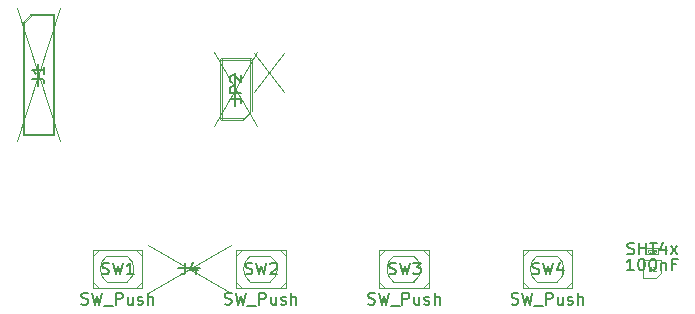
<source format=gbr>
%TF.GenerationSoftware,KiCad,Pcbnew,8.99.0-unknown-7a4b3602b9~181~ubuntu24.04.1*%
%TF.CreationDate,2024-12-15T13:41:47-05:00*%
%TF.ProjectId,nRF54L_ePaper,6e524635-344c-45f6-9550-617065722e6b,rev?*%
%TF.SameCoordinates,Original*%
%TF.FileFunction,AssemblyDrawing,Top*%
%FSLAX46Y46*%
G04 Gerber Fmt 4.6, Leading zero omitted, Abs format (unit mm)*
G04 Created by KiCad (PCBNEW 8.99.0-unknown-7a4b3602b9~181~ubuntu24.04.1) date 2024-12-15 13:41:47*
%MOMM*%
%LPD*%
G01*
G04 APERTURE LIST*
%ADD10C,0.150000*%
%ADD11C,0.040000*%
%ADD12C,0.060000*%
%ADD13C,0.100000*%
G04 APERTURE END LIST*
D10*
X117754819Y-56338333D02*
X118469104Y-56338333D01*
X118469104Y-56338333D02*
X118611961Y-56385952D01*
X118611961Y-56385952D02*
X118707200Y-56481190D01*
X118707200Y-56481190D02*
X118754819Y-56624047D01*
X118754819Y-56624047D02*
X118754819Y-56719285D01*
X118754819Y-55862142D02*
X117754819Y-55862142D01*
X117754819Y-55862142D02*
X117754819Y-55481190D01*
X117754819Y-55481190D02*
X117802438Y-55385952D01*
X117802438Y-55385952D02*
X117850057Y-55338333D01*
X117850057Y-55338333D02*
X117945295Y-55290714D01*
X117945295Y-55290714D02*
X118088152Y-55290714D01*
X118088152Y-55290714D02*
X118183390Y-55338333D01*
X118183390Y-55338333D02*
X118231009Y-55385952D01*
X118231009Y-55385952D02*
X118278628Y-55481190D01*
X118278628Y-55481190D02*
X118278628Y-55862142D01*
X117850057Y-54909761D02*
X117802438Y-54862142D01*
X117802438Y-54862142D02*
X117754819Y-54766904D01*
X117754819Y-54766904D02*
X117754819Y-54528809D01*
X117754819Y-54528809D02*
X117802438Y-54433571D01*
X117802438Y-54433571D02*
X117850057Y-54385952D01*
X117850057Y-54385952D02*
X117945295Y-54338333D01*
X117945295Y-54338333D02*
X118040533Y-54338333D01*
X118040533Y-54338333D02*
X118183390Y-54385952D01*
X118183390Y-54385952D02*
X118754819Y-54957380D01*
X118754819Y-54957380D02*
X118754819Y-54338333D01*
X118254819Y-56938576D02*
X118254819Y-54113333D01*
X129496131Y-73707200D02*
X129638988Y-73754819D01*
X129638988Y-73754819D02*
X129877083Y-73754819D01*
X129877083Y-73754819D02*
X129972321Y-73707200D01*
X129972321Y-73707200D02*
X130019940Y-73659580D01*
X130019940Y-73659580D02*
X130067559Y-73564342D01*
X130067559Y-73564342D02*
X130067559Y-73469104D01*
X130067559Y-73469104D02*
X130019940Y-73373866D01*
X130019940Y-73373866D02*
X129972321Y-73326247D01*
X129972321Y-73326247D02*
X129877083Y-73278628D01*
X129877083Y-73278628D02*
X129686607Y-73231009D01*
X129686607Y-73231009D02*
X129591369Y-73183390D01*
X129591369Y-73183390D02*
X129543750Y-73135771D01*
X129543750Y-73135771D02*
X129496131Y-73040533D01*
X129496131Y-73040533D02*
X129496131Y-72945295D01*
X129496131Y-72945295D02*
X129543750Y-72850057D01*
X129543750Y-72850057D02*
X129591369Y-72802438D01*
X129591369Y-72802438D02*
X129686607Y-72754819D01*
X129686607Y-72754819D02*
X129924702Y-72754819D01*
X129924702Y-72754819D02*
X130067559Y-72802438D01*
X130400893Y-72754819D02*
X130638988Y-73754819D01*
X130638988Y-73754819D02*
X130829464Y-73040533D01*
X130829464Y-73040533D02*
X131019940Y-73754819D01*
X131019940Y-73754819D02*
X131258036Y-72754819D01*
X131400893Y-73850057D02*
X132162797Y-73850057D01*
X132400893Y-73754819D02*
X132400893Y-72754819D01*
X132400893Y-72754819D02*
X132781845Y-72754819D01*
X132781845Y-72754819D02*
X132877083Y-72802438D01*
X132877083Y-72802438D02*
X132924702Y-72850057D01*
X132924702Y-72850057D02*
X132972321Y-72945295D01*
X132972321Y-72945295D02*
X132972321Y-73088152D01*
X132972321Y-73088152D02*
X132924702Y-73183390D01*
X132924702Y-73183390D02*
X132877083Y-73231009D01*
X132877083Y-73231009D02*
X132781845Y-73278628D01*
X132781845Y-73278628D02*
X132400893Y-73278628D01*
X133829464Y-73088152D02*
X133829464Y-73754819D01*
X133400893Y-73088152D02*
X133400893Y-73611961D01*
X133400893Y-73611961D02*
X133448512Y-73707200D01*
X133448512Y-73707200D02*
X133543750Y-73754819D01*
X133543750Y-73754819D02*
X133686607Y-73754819D01*
X133686607Y-73754819D02*
X133781845Y-73707200D01*
X133781845Y-73707200D02*
X133829464Y-73659580D01*
X134258036Y-73707200D02*
X134353274Y-73754819D01*
X134353274Y-73754819D02*
X134543750Y-73754819D01*
X134543750Y-73754819D02*
X134638988Y-73707200D01*
X134638988Y-73707200D02*
X134686607Y-73611961D01*
X134686607Y-73611961D02*
X134686607Y-73564342D01*
X134686607Y-73564342D02*
X134638988Y-73469104D01*
X134638988Y-73469104D02*
X134543750Y-73421485D01*
X134543750Y-73421485D02*
X134400893Y-73421485D01*
X134400893Y-73421485D02*
X134305655Y-73373866D01*
X134305655Y-73373866D02*
X134258036Y-73278628D01*
X134258036Y-73278628D02*
X134258036Y-73231009D01*
X134258036Y-73231009D02*
X134305655Y-73135771D01*
X134305655Y-73135771D02*
X134400893Y-73088152D01*
X134400893Y-73088152D02*
X134543750Y-73088152D01*
X134543750Y-73088152D02*
X134638988Y-73135771D01*
X135115179Y-73754819D02*
X135115179Y-72754819D01*
X135543750Y-73754819D02*
X135543750Y-73231009D01*
X135543750Y-73231009D02*
X135496131Y-73135771D01*
X135496131Y-73135771D02*
X135400893Y-73088152D01*
X135400893Y-73088152D02*
X135258036Y-73088152D01*
X135258036Y-73088152D02*
X135162798Y-73135771D01*
X135162798Y-73135771D02*
X135115179Y-73183390D01*
X131260417Y-71157200D02*
X131403274Y-71204819D01*
X131403274Y-71204819D02*
X131641369Y-71204819D01*
X131641369Y-71204819D02*
X131736607Y-71157200D01*
X131736607Y-71157200D02*
X131784226Y-71109580D01*
X131784226Y-71109580D02*
X131831845Y-71014342D01*
X131831845Y-71014342D02*
X131831845Y-70919104D01*
X131831845Y-70919104D02*
X131784226Y-70823866D01*
X131784226Y-70823866D02*
X131736607Y-70776247D01*
X131736607Y-70776247D02*
X131641369Y-70728628D01*
X131641369Y-70728628D02*
X131450893Y-70681009D01*
X131450893Y-70681009D02*
X131355655Y-70633390D01*
X131355655Y-70633390D02*
X131308036Y-70585771D01*
X131308036Y-70585771D02*
X131260417Y-70490533D01*
X131260417Y-70490533D02*
X131260417Y-70395295D01*
X131260417Y-70395295D02*
X131308036Y-70300057D01*
X131308036Y-70300057D02*
X131355655Y-70252438D01*
X131355655Y-70252438D02*
X131450893Y-70204819D01*
X131450893Y-70204819D02*
X131688988Y-70204819D01*
X131688988Y-70204819D02*
X131831845Y-70252438D01*
X132165179Y-70204819D02*
X132403274Y-71204819D01*
X132403274Y-71204819D02*
X132593750Y-70490533D01*
X132593750Y-70490533D02*
X132784226Y-71204819D01*
X132784226Y-71204819D02*
X133022322Y-70204819D01*
X133308036Y-70204819D02*
X133927083Y-70204819D01*
X133927083Y-70204819D02*
X133593750Y-70585771D01*
X133593750Y-70585771D02*
X133736607Y-70585771D01*
X133736607Y-70585771D02*
X133831845Y-70633390D01*
X133831845Y-70633390D02*
X133879464Y-70681009D01*
X133879464Y-70681009D02*
X133927083Y-70776247D01*
X133927083Y-70776247D02*
X133927083Y-71014342D01*
X133927083Y-71014342D02*
X133879464Y-71109580D01*
X133879464Y-71109580D02*
X133831845Y-71157200D01*
X133831845Y-71157200D02*
X133736607Y-71204819D01*
X133736607Y-71204819D02*
X133450893Y-71204819D01*
X133450893Y-71204819D02*
X133355655Y-71157200D01*
X133355655Y-71157200D02*
X133308036Y-71109580D01*
X101054819Y-54643333D02*
X101769104Y-54643333D01*
X101769104Y-54643333D02*
X101911961Y-54690952D01*
X101911961Y-54690952D02*
X102007200Y-54786190D01*
X102007200Y-54786190D02*
X102054819Y-54929047D01*
X102054819Y-54929047D02*
X102054819Y-55024285D01*
X102054819Y-53643333D02*
X102054819Y-54214761D01*
X102054819Y-53929047D02*
X101054819Y-53929047D01*
X101054819Y-53929047D02*
X101197676Y-54024285D01*
X101197676Y-54024285D02*
X101292914Y-54119523D01*
X101292914Y-54119523D02*
X101340533Y-54214761D01*
X101555532Y-55243576D02*
X101555532Y-53424042D01*
X151972380Y-70864819D02*
X151400952Y-70864819D01*
X151686666Y-70864819D02*
X151686666Y-69864819D01*
X151686666Y-69864819D02*
X151591428Y-70007676D01*
X151591428Y-70007676D02*
X151496190Y-70102914D01*
X151496190Y-70102914D02*
X151400952Y-70150533D01*
X152591428Y-69864819D02*
X152686666Y-69864819D01*
X152686666Y-69864819D02*
X152781904Y-69912438D01*
X152781904Y-69912438D02*
X152829523Y-69960057D01*
X152829523Y-69960057D02*
X152877142Y-70055295D01*
X152877142Y-70055295D02*
X152924761Y-70245771D01*
X152924761Y-70245771D02*
X152924761Y-70483866D01*
X152924761Y-70483866D02*
X152877142Y-70674342D01*
X152877142Y-70674342D02*
X152829523Y-70769580D01*
X152829523Y-70769580D02*
X152781904Y-70817200D01*
X152781904Y-70817200D02*
X152686666Y-70864819D01*
X152686666Y-70864819D02*
X152591428Y-70864819D01*
X152591428Y-70864819D02*
X152496190Y-70817200D01*
X152496190Y-70817200D02*
X152448571Y-70769580D01*
X152448571Y-70769580D02*
X152400952Y-70674342D01*
X152400952Y-70674342D02*
X152353333Y-70483866D01*
X152353333Y-70483866D02*
X152353333Y-70245771D01*
X152353333Y-70245771D02*
X152400952Y-70055295D01*
X152400952Y-70055295D02*
X152448571Y-69960057D01*
X152448571Y-69960057D02*
X152496190Y-69912438D01*
X152496190Y-69912438D02*
X152591428Y-69864819D01*
X153543809Y-69864819D02*
X153639047Y-69864819D01*
X153639047Y-69864819D02*
X153734285Y-69912438D01*
X153734285Y-69912438D02*
X153781904Y-69960057D01*
X153781904Y-69960057D02*
X153829523Y-70055295D01*
X153829523Y-70055295D02*
X153877142Y-70245771D01*
X153877142Y-70245771D02*
X153877142Y-70483866D01*
X153877142Y-70483866D02*
X153829523Y-70674342D01*
X153829523Y-70674342D02*
X153781904Y-70769580D01*
X153781904Y-70769580D02*
X153734285Y-70817200D01*
X153734285Y-70817200D02*
X153639047Y-70864819D01*
X153639047Y-70864819D02*
X153543809Y-70864819D01*
X153543809Y-70864819D02*
X153448571Y-70817200D01*
X153448571Y-70817200D02*
X153400952Y-70769580D01*
X153400952Y-70769580D02*
X153353333Y-70674342D01*
X153353333Y-70674342D02*
X153305714Y-70483866D01*
X153305714Y-70483866D02*
X153305714Y-70245771D01*
X153305714Y-70245771D02*
X153353333Y-70055295D01*
X153353333Y-70055295D02*
X153400952Y-69960057D01*
X153400952Y-69960057D02*
X153448571Y-69912438D01*
X153448571Y-69912438D02*
X153543809Y-69864819D01*
X154305714Y-70198152D02*
X154305714Y-70864819D01*
X154305714Y-70293390D02*
X154353333Y-70245771D01*
X154353333Y-70245771D02*
X154448571Y-70198152D01*
X154448571Y-70198152D02*
X154591428Y-70198152D01*
X154591428Y-70198152D02*
X154686666Y-70245771D01*
X154686666Y-70245771D02*
X154734285Y-70341009D01*
X154734285Y-70341009D02*
X154734285Y-70864819D01*
X155543809Y-70341009D02*
X155210476Y-70341009D01*
X155210476Y-70864819D02*
X155210476Y-69864819D01*
X155210476Y-69864819D02*
X155686666Y-69864819D01*
D11*
X153359285Y-69339765D02*
X153347381Y-69351670D01*
X153347381Y-69351670D02*
X153311666Y-69363574D01*
X153311666Y-69363574D02*
X153287857Y-69363574D01*
X153287857Y-69363574D02*
X153252143Y-69351670D01*
X153252143Y-69351670D02*
X153228333Y-69327860D01*
X153228333Y-69327860D02*
X153216428Y-69304050D01*
X153216428Y-69304050D02*
X153204524Y-69256431D01*
X153204524Y-69256431D02*
X153204524Y-69220717D01*
X153204524Y-69220717D02*
X153216428Y-69173098D01*
X153216428Y-69173098D02*
X153228333Y-69149289D01*
X153228333Y-69149289D02*
X153252143Y-69125479D01*
X153252143Y-69125479D02*
X153287857Y-69113574D01*
X153287857Y-69113574D02*
X153311666Y-69113574D01*
X153311666Y-69113574D02*
X153347381Y-69125479D01*
X153347381Y-69125479D02*
X153359285Y-69137384D01*
X153454524Y-69137384D02*
X153466428Y-69125479D01*
X153466428Y-69125479D02*
X153490238Y-69113574D01*
X153490238Y-69113574D02*
X153549762Y-69113574D01*
X153549762Y-69113574D02*
X153573571Y-69125479D01*
X153573571Y-69125479D02*
X153585476Y-69137384D01*
X153585476Y-69137384D02*
X153597381Y-69161193D01*
X153597381Y-69161193D02*
X153597381Y-69185003D01*
X153597381Y-69185003D02*
X153585476Y-69220717D01*
X153585476Y-69220717D02*
X153442619Y-69363574D01*
X153442619Y-69363574D02*
X153597381Y-69363574D01*
X153823571Y-69113574D02*
X153704523Y-69113574D01*
X153704523Y-69113574D02*
X153692619Y-69232622D01*
X153692619Y-69232622D02*
X153704523Y-69220717D01*
X153704523Y-69220717D02*
X153728333Y-69208812D01*
X153728333Y-69208812D02*
X153787857Y-69208812D01*
X153787857Y-69208812D02*
X153811666Y-69220717D01*
X153811666Y-69220717D02*
X153823571Y-69232622D01*
X153823571Y-69232622D02*
X153835476Y-69256431D01*
X153835476Y-69256431D02*
X153835476Y-69315955D01*
X153835476Y-69315955D02*
X153823571Y-69339765D01*
X153823571Y-69339765D02*
X153811666Y-69351670D01*
X153811666Y-69351670D02*
X153787857Y-69363574D01*
X153787857Y-69363574D02*
X153728333Y-69363574D01*
X153728333Y-69363574D02*
X153704523Y-69351670D01*
X153704523Y-69351670D02*
X153692619Y-69339765D01*
D10*
X141633631Y-73707200D02*
X141776488Y-73754819D01*
X141776488Y-73754819D02*
X142014583Y-73754819D01*
X142014583Y-73754819D02*
X142109821Y-73707200D01*
X142109821Y-73707200D02*
X142157440Y-73659580D01*
X142157440Y-73659580D02*
X142205059Y-73564342D01*
X142205059Y-73564342D02*
X142205059Y-73469104D01*
X142205059Y-73469104D02*
X142157440Y-73373866D01*
X142157440Y-73373866D02*
X142109821Y-73326247D01*
X142109821Y-73326247D02*
X142014583Y-73278628D01*
X142014583Y-73278628D02*
X141824107Y-73231009D01*
X141824107Y-73231009D02*
X141728869Y-73183390D01*
X141728869Y-73183390D02*
X141681250Y-73135771D01*
X141681250Y-73135771D02*
X141633631Y-73040533D01*
X141633631Y-73040533D02*
X141633631Y-72945295D01*
X141633631Y-72945295D02*
X141681250Y-72850057D01*
X141681250Y-72850057D02*
X141728869Y-72802438D01*
X141728869Y-72802438D02*
X141824107Y-72754819D01*
X141824107Y-72754819D02*
X142062202Y-72754819D01*
X142062202Y-72754819D02*
X142205059Y-72802438D01*
X142538393Y-72754819D02*
X142776488Y-73754819D01*
X142776488Y-73754819D02*
X142966964Y-73040533D01*
X142966964Y-73040533D02*
X143157440Y-73754819D01*
X143157440Y-73754819D02*
X143395536Y-72754819D01*
X143538393Y-73850057D02*
X144300297Y-73850057D01*
X144538393Y-73754819D02*
X144538393Y-72754819D01*
X144538393Y-72754819D02*
X144919345Y-72754819D01*
X144919345Y-72754819D02*
X145014583Y-72802438D01*
X145014583Y-72802438D02*
X145062202Y-72850057D01*
X145062202Y-72850057D02*
X145109821Y-72945295D01*
X145109821Y-72945295D02*
X145109821Y-73088152D01*
X145109821Y-73088152D02*
X145062202Y-73183390D01*
X145062202Y-73183390D02*
X145014583Y-73231009D01*
X145014583Y-73231009D02*
X144919345Y-73278628D01*
X144919345Y-73278628D02*
X144538393Y-73278628D01*
X145966964Y-73088152D02*
X145966964Y-73754819D01*
X145538393Y-73088152D02*
X145538393Y-73611961D01*
X145538393Y-73611961D02*
X145586012Y-73707200D01*
X145586012Y-73707200D02*
X145681250Y-73754819D01*
X145681250Y-73754819D02*
X145824107Y-73754819D01*
X145824107Y-73754819D02*
X145919345Y-73707200D01*
X145919345Y-73707200D02*
X145966964Y-73659580D01*
X146395536Y-73707200D02*
X146490774Y-73754819D01*
X146490774Y-73754819D02*
X146681250Y-73754819D01*
X146681250Y-73754819D02*
X146776488Y-73707200D01*
X146776488Y-73707200D02*
X146824107Y-73611961D01*
X146824107Y-73611961D02*
X146824107Y-73564342D01*
X146824107Y-73564342D02*
X146776488Y-73469104D01*
X146776488Y-73469104D02*
X146681250Y-73421485D01*
X146681250Y-73421485D02*
X146538393Y-73421485D01*
X146538393Y-73421485D02*
X146443155Y-73373866D01*
X146443155Y-73373866D02*
X146395536Y-73278628D01*
X146395536Y-73278628D02*
X146395536Y-73231009D01*
X146395536Y-73231009D02*
X146443155Y-73135771D01*
X146443155Y-73135771D02*
X146538393Y-73088152D01*
X146538393Y-73088152D02*
X146681250Y-73088152D01*
X146681250Y-73088152D02*
X146776488Y-73135771D01*
X147252679Y-73754819D02*
X147252679Y-72754819D01*
X147681250Y-73754819D02*
X147681250Y-73231009D01*
X147681250Y-73231009D02*
X147633631Y-73135771D01*
X147633631Y-73135771D02*
X147538393Y-73088152D01*
X147538393Y-73088152D02*
X147395536Y-73088152D01*
X147395536Y-73088152D02*
X147300298Y-73135771D01*
X147300298Y-73135771D02*
X147252679Y-73183390D01*
X143397917Y-71157200D02*
X143540774Y-71204819D01*
X143540774Y-71204819D02*
X143778869Y-71204819D01*
X143778869Y-71204819D02*
X143874107Y-71157200D01*
X143874107Y-71157200D02*
X143921726Y-71109580D01*
X143921726Y-71109580D02*
X143969345Y-71014342D01*
X143969345Y-71014342D02*
X143969345Y-70919104D01*
X143969345Y-70919104D02*
X143921726Y-70823866D01*
X143921726Y-70823866D02*
X143874107Y-70776247D01*
X143874107Y-70776247D02*
X143778869Y-70728628D01*
X143778869Y-70728628D02*
X143588393Y-70681009D01*
X143588393Y-70681009D02*
X143493155Y-70633390D01*
X143493155Y-70633390D02*
X143445536Y-70585771D01*
X143445536Y-70585771D02*
X143397917Y-70490533D01*
X143397917Y-70490533D02*
X143397917Y-70395295D01*
X143397917Y-70395295D02*
X143445536Y-70300057D01*
X143445536Y-70300057D02*
X143493155Y-70252438D01*
X143493155Y-70252438D02*
X143588393Y-70204819D01*
X143588393Y-70204819D02*
X143826488Y-70204819D01*
X143826488Y-70204819D02*
X143969345Y-70252438D01*
X144302679Y-70204819D02*
X144540774Y-71204819D01*
X144540774Y-71204819D02*
X144731250Y-70490533D01*
X144731250Y-70490533D02*
X144921726Y-71204819D01*
X144921726Y-71204819D02*
X145159822Y-70204819D01*
X145969345Y-70538152D02*
X145969345Y-71204819D01*
X145731250Y-70157200D02*
X145493155Y-70871485D01*
X145493155Y-70871485D02*
X146112202Y-70871485D01*
X117358631Y-73707200D02*
X117501488Y-73754819D01*
X117501488Y-73754819D02*
X117739583Y-73754819D01*
X117739583Y-73754819D02*
X117834821Y-73707200D01*
X117834821Y-73707200D02*
X117882440Y-73659580D01*
X117882440Y-73659580D02*
X117930059Y-73564342D01*
X117930059Y-73564342D02*
X117930059Y-73469104D01*
X117930059Y-73469104D02*
X117882440Y-73373866D01*
X117882440Y-73373866D02*
X117834821Y-73326247D01*
X117834821Y-73326247D02*
X117739583Y-73278628D01*
X117739583Y-73278628D02*
X117549107Y-73231009D01*
X117549107Y-73231009D02*
X117453869Y-73183390D01*
X117453869Y-73183390D02*
X117406250Y-73135771D01*
X117406250Y-73135771D02*
X117358631Y-73040533D01*
X117358631Y-73040533D02*
X117358631Y-72945295D01*
X117358631Y-72945295D02*
X117406250Y-72850057D01*
X117406250Y-72850057D02*
X117453869Y-72802438D01*
X117453869Y-72802438D02*
X117549107Y-72754819D01*
X117549107Y-72754819D02*
X117787202Y-72754819D01*
X117787202Y-72754819D02*
X117930059Y-72802438D01*
X118263393Y-72754819D02*
X118501488Y-73754819D01*
X118501488Y-73754819D02*
X118691964Y-73040533D01*
X118691964Y-73040533D02*
X118882440Y-73754819D01*
X118882440Y-73754819D02*
X119120536Y-72754819D01*
X119263393Y-73850057D02*
X120025297Y-73850057D01*
X120263393Y-73754819D02*
X120263393Y-72754819D01*
X120263393Y-72754819D02*
X120644345Y-72754819D01*
X120644345Y-72754819D02*
X120739583Y-72802438D01*
X120739583Y-72802438D02*
X120787202Y-72850057D01*
X120787202Y-72850057D02*
X120834821Y-72945295D01*
X120834821Y-72945295D02*
X120834821Y-73088152D01*
X120834821Y-73088152D02*
X120787202Y-73183390D01*
X120787202Y-73183390D02*
X120739583Y-73231009D01*
X120739583Y-73231009D02*
X120644345Y-73278628D01*
X120644345Y-73278628D02*
X120263393Y-73278628D01*
X121691964Y-73088152D02*
X121691964Y-73754819D01*
X121263393Y-73088152D02*
X121263393Y-73611961D01*
X121263393Y-73611961D02*
X121311012Y-73707200D01*
X121311012Y-73707200D02*
X121406250Y-73754819D01*
X121406250Y-73754819D02*
X121549107Y-73754819D01*
X121549107Y-73754819D02*
X121644345Y-73707200D01*
X121644345Y-73707200D02*
X121691964Y-73659580D01*
X122120536Y-73707200D02*
X122215774Y-73754819D01*
X122215774Y-73754819D02*
X122406250Y-73754819D01*
X122406250Y-73754819D02*
X122501488Y-73707200D01*
X122501488Y-73707200D02*
X122549107Y-73611961D01*
X122549107Y-73611961D02*
X122549107Y-73564342D01*
X122549107Y-73564342D02*
X122501488Y-73469104D01*
X122501488Y-73469104D02*
X122406250Y-73421485D01*
X122406250Y-73421485D02*
X122263393Y-73421485D01*
X122263393Y-73421485D02*
X122168155Y-73373866D01*
X122168155Y-73373866D02*
X122120536Y-73278628D01*
X122120536Y-73278628D02*
X122120536Y-73231009D01*
X122120536Y-73231009D02*
X122168155Y-73135771D01*
X122168155Y-73135771D02*
X122263393Y-73088152D01*
X122263393Y-73088152D02*
X122406250Y-73088152D01*
X122406250Y-73088152D02*
X122501488Y-73135771D01*
X122977679Y-73754819D02*
X122977679Y-72754819D01*
X123406250Y-73754819D02*
X123406250Y-73231009D01*
X123406250Y-73231009D02*
X123358631Y-73135771D01*
X123358631Y-73135771D02*
X123263393Y-73088152D01*
X123263393Y-73088152D02*
X123120536Y-73088152D01*
X123120536Y-73088152D02*
X123025298Y-73135771D01*
X123025298Y-73135771D02*
X122977679Y-73183390D01*
X119122917Y-71157200D02*
X119265774Y-71204819D01*
X119265774Y-71204819D02*
X119503869Y-71204819D01*
X119503869Y-71204819D02*
X119599107Y-71157200D01*
X119599107Y-71157200D02*
X119646726Y-71109580D01*
X119646726Y-71109580D02*
X119694345Y-71014342D01*
X119694345Y-71014342D02*
X119694345Y-70919104D01*
X119694345Y-70919104D02*
X119646726Y-70823866D01*
X119646726Y-70823866D02*
X119599107Y-70776247D01*
X119599107Y-70776247D02*
X119503869Y-70728628D01*
X119503869Y-70728628D02*
X119313393Y-70681009D01*
X119313393Y-70681009D02*
X119218155Y-70633390D01*
X119218155Y-70633390D02*
X119170536Y-70585771D01*
X119170536Y-70585771D02*
X119122917Y-70490533D01*
X119122917Y-70490533D02*
X119122917Y-70395295D01*
X119122917Y-70395295D02*
X119170536Y-70300057D01*
X119170536Y-70300057D02*
X119218155Y-70252438D01*
X119218155Y-70252438D02*
X119313393Y-70204819D01*
X119313393Y-70204819D02*
X119551488Y-70204819D01*
X119551488Y-70204819D02*
X119694345Y-70252438D01*
X120027679Y-70204819D02*
X120265774Y-71204819D01*
X120265774Y-71204819D02*
X120456250Y-70490533D01*
X120456250Y-70490533D02*
X120646726Y-71204819D01*
X120646726Y-71204819D02*
X120884822Y-70204819D01*
X121218155Y-70300057D02*
X121265774Y-70252438D01*
X121265774Y-70252438D02*
X121361012Y-70204819D01*
X121361012Y-70204819D02*
X121599107Y-70204819D01*
X121599107Y-70204819D02*
X121694345Y-70252438D01*
X121694345Y-70252438D02*
X121741964Y-70300057D01*
X121741964Y-70300057D02*
X121789583Y-70395295D01*
X121789583Y-70395295D02*
X121789583Y-70490533D01*
X121789583Y-70490533D02*
X121741964Y-70633390D01*
X121741964Y-70633390D02*
X121170536Y-71204819D01*
X121170536Y-71204819D02*
X121789583Y-71204819D01*
X151448571Y-69457200D02*
X151591428Y-69504819D01*
X151591428Y-69504819D02*
X151829523Y-69504819D01*
X151829523Y-69504819D02*
X151924761Y-69457200D01*
X151924761Y-69457200D02*
X151972380Y-69409580D01*
X151972380Y-69409580D02*
X152019999Y-69314342D01*
X152019999Y-69314342D02*
X152019999Y-69219104D01*
X152019999Y-69219104D02*
X151972380Y-69123866D01*
X151972380Y-69123866D02*
X151924761Y-69076247D01*
X151924761Y-69076247D02*
X151829523Y-69028628D01*
X151829523Y-69028628D02*
X151639047Y-68981009D01*
X151639047Y-68981009D02*
X151543809Y-68933390D01*
X151543809Y-68933390D02*
X151496190Y-68885771D01*
X151496190Y-68885771D02*
X151448571Y-68790533D01*
X151448571Y-68790533D02*
X151448571Y-68695295D01*
X151448571Y-68695295D02*
X151496190Y-68600057D01*
X151496190Y-68600057D02*
X151543809Y-68552438D01*
X151543809Y-68552438D02*
X151639047Y-68504819D01*
X151639047Y-68504819D02*
X151877142Y-68504819D01*
X151877142Y-68504819D02*
X152019999Y-68552438D01*
X152448571Y-69504819D02*
X152448571Y-68504819D01*
X152448571Y-68981009D02*
X153019999Y-68981009D01*
X153019999Y-69504819D02*
X153019999Y-68504819D01*
X153353333Y-68504819D02*
X153924761Y-68504819D01*
X153639047Y-69504819D02*
X153639047Y-68504819D01*
X154686666Y-68838152D02*
X154686666Y-69504819D01*
X154448571Y-68457200D02*
X154210476Y-69171485D01*
X154210476Y-69171485D02*
X154829523Y-69171485D01*
X155115238Y-69504819D02*
X155639047Y-68838152D01*
X155115238Y-68838152D02*
X155639047Y-69504819D01*
D12*
X153230476Y-70542675D02*
X153230476Y-70850294D01*
X153230476Y-70850294D02*
X153248571Y-70886484D01*
X153248571Y-70886484D02*
X153266666Y-70904580D01*
X153266666Y-70904580D02*
X153302857Y-70922675D01*
X153302857Y-70922675D02*
X153375238Y-70922675D01*
X153375238Y-70922675D02*
X153411428Y-70904580D01*
X153411428Y-70904580D02*
X153429523Y-70886484D01*
X153429523Y-70886484D02*
X153447619Y-70850294D01*
X153447619Y-70850294D02*
X153447619Y-70542675D01*
X153610475Y-70578865D02*
X153628571Y-70560770D01*
X153628571Y-70560770D02*
X153664761Y-70542675D01*
X153664761Y-70542675D02*
X153755237Y-70542675D01*
X153755237Y-70542675D02*
X153791428Y-70560770D01*
X153791428Y-70560770D02*
X153809523Y-70578865D01*
X153809523Y-70578865D02*
X153827618Y-70615056D01*
X153827618Y-70615056D02*
X153827618Y-70651246D01*
X153827618Y-70651246D02*
X153809523Y-70705532D01*
X153809523Y-70705532D02*
X153592380Y-70922675D01*
X153592380Y-70922675D02*
X153827618Y-70922675D01*
D10*
X105221131Y-73707200D02*
X105363988Y-73754819D01*
X105363988Y-73754819D02*
X105602083Y-73754819D01*
X105602083Y-73754819D02*
X105697321Y-73707200D01*
X105697321Y-73707200D02*
X105744940Y-73659580D01*
X105744940Y-73659580D02*
X105792559Y-73564342D01*
X105792559Y-73564342D02*
X105792559Y-73469104D01*
X105792559Y-73469104D02*
X105744940Y-73373866D01*
X105744940Y-73373866D02*
X105697321Y-73326247D01*
X105697321Y-73326247D02*
X105602083Y-73278628D01*
X105602083Y-73278628D02*
X105411607Y-73231009D01*
X105411607Y-73231009D02*
X105316369Y-73183390D01*
X105316369Y-73183390D02*
X105268750Y-73135771D01*
X105268750Y-73135771D02*
X105221131Y-73040533D01*
X105221131Y-73040533D02*
X105221131Y-72945295D01*
X105221131Y-72945295D02*
X105268750Y-72850057D01*
X105268750Y-72850057D02*
X105316369Y-72802438D01*
X105316369Y-72802438D02*
X105411607Y-72754819D01*
X105411607Y-72754819D02*
X105649702Y-72754819D01*
X105649702Y-72754819D02*
X105792559Y-72802438D01*
X106125893Y-72754819D02*
X106363988Y-73754819D01*
X106363988Y-73754819D02*
X106554464Y-73040533D01*
X106554464Y-73040533D02*
X106744940Y-73754819D01*
X106744940Y-73754819D02*
X106983036Y-72754819D01*
X107125893Y-73850057D02*
X107887797Y-73850057D01*
X108125893Y-73754819D02*
X108125893Y-72754819D01*
X108125893Y-72754819D02*
X108506845Y-72754819D01*
X108506845Y-72754819D02*
X108602083Y-72802438D01*
X108602083Y-72802438D02*
X108649702Y-72850057D01*
X108649702Y-72850057D02*
X108697321Y-72945295D01*
X108697321Y-72945295D02*
X108697321Y-73088152D01*
X108697321Y-73088152D02*
X108649702Y-73183390D01*
X108649702Y-73183390D02*
X108602083Y-73231009D01*
X108602083Y-73231009D02*
X108506845Y-73278628D01*
X108506845Y-73278628D02*
X108125893Y-73278628D01*
X109554464Y-73088152D02*
X109554464Y-73754819D01*
X109125893Y-73088152D02*
X109125893Y-73611961D01*
X109125893Y-73611961D02*
X109173512Y-73707200D01*
X109173512Y-73707200D02*
X109268750Y-73754819D01*
X109268750Y-73754819D02*
X109411607Y-73754819D01*
X109411607Y-73754819D02*
X109506845Y-73707200D01*
X109506845Y-73707200D02*
X109554464Y-73659580D01*
X109983036Y-73707200D02*
X110078274Y-73754819D01*
X110078274Y-73754819D02*
X110268750Y-73754819D01*
X110268750Y-73754819D02*
X110363988Y-73707200D01*
X110363988Y-73707200D02*
X110411607Y-73611961D01*
X110411607Y-73611961D02*
X110411607Y-73564342D01*
X110411607Y-73564342D02*
X110363988Y-73469104D01*
X110363988Y-73469104D02*
X110268750Y-73421485D01*
X110268750Y-73421485D02*
X110125893Y-73421485D01*
X110125893Y-73421485D02*
X110030655Y-73373866D01*
X110030655Y-73373866D02*
X109983036Y-73278628D01*
X109983036Y-73278628D02*
X109983036Y-73231009D01*
X109983036Y-73231009D02*
X110030655Y-73135771D01*
X110030655Y-73135771D02*
X110125893Y-73088152D01*
X110125893Y-73088152D02*
X110268750Y-73088152D01*
X110268750Y-73088152D02*
X110363988Y-73135771D01*
X110840179Y-73754819D02*
X110840179Y-72754819D01*
X111268750Y-73754819D02*
X111268750Y-73231009D01*
X111268750Y-73231009D02*
X111221131Y-73135771D01*
X111221131Y-73135771D02*
X111125893Y-73088152D01*
X111125893Y-73088152D02*
X110983036Y-73088152D01*
X110983036Y-73088152D02*
X110887798Y-73135771D01*
X110887798Y-73135771D02*
X110840179Y-73183390D01*
X106985417Y-71157200D02*
X107128274Y-71204819D01*
X107128274Y-71204819D02*
X107366369Y-71204819D01*
X107366369Y-71204819D02*
X107461607Y-71157200D01*
X107461607Y-71157200D02*
X107509226Y-71109580D01*
X107509226Y-71109580D02*
X107556845Y-71014342D01*
X107556845Y-71014342D02*
X107556845Y-70919104D01*
X107556845Y-70919104D02*
X107509226Y-70823866D01*
X107509226Y-70823866D02*
X107461607Y-70776247D01*
X107461607Y-70776247D02*
X107366369Y-70728628D01*
X107366369Y-70728628D02*
X107175893Y-70681009D01*
X107175893Y-70681009D02*
X107080655Y-70633390D01*
X107080655Y-70633390D02*
X107033036Y-70585771D01*
X107033036Y-70585771D02*
X106985417Y-70490533D01*
X106985417Y-70490533D02*
X106985417Y-70395295D01*
X106985417Y-70395295D02*
X107033036Y-70300057D01*
X107033036Y-70300057D02*
X107080655Y-70252438D01*
X107080655Y-70252438D02*
X107175893Y-70204819D01*
X107175893Y-70204819D02*
X107413988Y-70204819D01*
X107413988Y-70204819D02*
X107556845Y-70252438D01*
X107890179Y-70204819D02*
X108128274Y-71204819D01*
X108128274Y-71204819D02*
X108318750Y-70490533D01*
X108318750Y-70490533D02*
X108509226Y-71204819D01*
X108509226Y-71204819D02*
X108747322Y-70204819D01*
X109652083Y-71204819D02*
X109080655Y-71204819D01*
X109366369Y-71204819D02*
X109366369Y-70204819D01*
X109366369Y-70204819D02*
X109271131Y-70347676D01*
X109271131Y-70347676D02*
X109175893Y-70442914D01*
X109175893Y-70442914D02*
X109080655Y-70490533D01*
X114004166Y-70204819D02*
X114004166Y-70919104D01*
X114004166Y-70919104D02*
X113956547Y-71061961D01*
X113956547Y-71061961D02*
X113861309Y-71157200D01*
X113861309Y-71157200D02*
X113718452Y-71204819D01*
X113718452Y-71204819D02*
X113623214Y-71204819D01*
X114908928Y-70538152D02*
X114908928Y-71204819D01*
X114670833Y-70157200D02*
X114432738Y-70871485D01*
X114432738Y-70871485D02*
X115051785Y-70871485D01*
X113403923Y-70681104D02*
X115271076Y-70681104D01*
D13*
X117030000Y-53015000D02*
X119570000Y-53015000D01*
X119570000Y-52915000D02*
G75*
G02*
X119570000Y-53015000I0J-50000D01*
G01*
X119570000Y-52915000D02*
X117030000Y-52915000D01*
X117030000Y-52915000D02*
G75*
G03*
X117030000Y-53015000I0J-50000D01*
G01*
X117080000Y-58045000D02*
X117080000Y-52965000D01*
X116980000Y-52965000D02*
G75*
G02*
X117080000Y-52965000I50000J0D01*
G01*
X116980000Y-52965000D02*
X116980000Y-58045000D01*
X116980000Y-58045000D02*
G75*
G03*
X117080000Y-58045000I50000J0D01*
G01*
X118935000Y-57995000D02*
X117030000Y-57995000D01*
X117030000Y-58095000D02*
G75*
G02*
X117030000Y-57995000I0J50000D01*
G01*
X117030000Y-58095000D02*
X118935000Y-58095000D01*
X118935000Y-58095000D02*
G75*
G03*
X118935000Y-57995000I0J50000D01*
G01*
X119520000Y-52965000D02*
X119520000Y-57410000D01*
X119620000Y-57410000D02*
G75*
G02*
X119520000Y-57410000I-50000J0D01*
G01*
X119620000Y-57410000D02*
X119620000Y-52965000D01*
X119620000Y-52965000D02*
G75*
G03*
X119520000Y-52965000I-50000J0D01*
G01*
X119534645Y-57374645D02*
X118899645Y-58009645D01*
X118970355Y-58080355D02*
G75*
G02*
X118899645Y-58009645I-35355J35355D01*
G01*
X118970355Y-58080355D02*
X119605355Y-57445355D01*
X119605355Y-57445355D02*
G75*
G03*
X119534645Y-57374645I-35355J35355D01*
G01*
%TO.C,SW3*%
X130443750Y-69150000D02*
X134643750Y-69150000D01*
X130443750Y-69650000D02*
X130943750Y-69150000D01*
X130443750Y-71850000D02*
X130943750Y-72350000D01*
X130443750Y-72350000D02*
X130443750Y-69150000D01*
X131643750Y-69650000D02*
X133343750Y-69650000D01*
X133343750Y-71850000D02*
X131643750Y-71850000D01*
X134143750Y-69150000D02*
X134643750Y-69650000D01*
X134143750Y-72350000D02*
X134643750Y-71850000D01*
X134643750Y-69150000D02*
X134643750Y-72350000D01*
X134643750Y-72350000D02*
X130443750Y-72350000D01*
X131643750Y-71849999D02*
G75*
G02*
X131643750Y-69650001I799998J1099999D01*
G01*
X133343750Y-69650001D02*
G75*
G02*
X133343749Y-71849999I-700000J-1099999D01*
G01*
X100365355Y-49900355D02*
X101000355Y-49265355D01*
X100929645Y-49194645D02*
G75*
G02*
X101000355Y-49265355I35355J-35355D01*
G01*
X100929645Y-49194645D02*
X100294645Y-49829645D01*
X100294645Y-49829645D02*
G75*
G03*
X100365355Y-49900355I35355J-35355D01*
G01*
X100380000Y-59390000D02*
X100380000Y-49865000D01*
X100280000Y-49865000D02*
G75*
G02*
X100380000Y-49865000I50000J0D01*
G01*
X100280000Y-49865000D02*
X100280000Y-59390000D01*
X100280000Y-59390000D02*
G75*
G03*
X100380000Y-59390000I50000J0D01*
G01*
X100965000Y-49280000D02*
X102870000Y-49280000D01*
X102870000Y-49180000D02*
G75*
G02*
X102870000Y-49280000I0J-50000D01*
G01*
X102870000Y-49180000D02*
X100965000Y-49180000D01*
X100965000Y-49180000D02*
G75*
G03*
X100965000Y-49280000I0J-50000D01*
G01*
X102820000Y-49230000D02*
X102820000Y-59390000D01*
X102920000Y-59390000D02*
G75*
G02*
X102820000Y-59390000I-50000J0D01*
G01*
X102920000Y-59390000D02*
X102920000Y-49230000D01*
X102920000Y-49230000D02*
G75*
G03*
X102820000Y-49230000I-50000J0D01*
G01*
X102870000Y-59340000D02*
X100330000Y-59340000D01*
X100330000Y-59440000D02*
G75*
G02*
X100330000Y-59340000I0J50000D01*
G01*
X100330000Y-59440000D02*
X102870000Y-59440000D01*
X102870000Y-59440000D02*
G75*
G03*
X102870000Y-59340000I0J50000D01*
G01*
%TO.C,C25*%
X153020000Y-69000000D02*
X154020000Y-69000000D01*
X153020000Y-69500000D02*
X153020000Y-69000000D01*
X154020000Y-69000000D02*
X154020000Y-69500000D01*
X154020000Y-69500000D02*
X153020000Y-69500000D01*
%TO.C,SW4*%
X142581250Y-69150000D02*
X146781250Y-69150000D01*
X142581250Y-69650000D02*
X143081250Y-69150000D01*
X142581250Y-71850000D02*
X143081250Y-72350000D01*
X142581250Y-72350000D02*
X142581250Y-69150000D01*
X143781250Y-69650000D02*
X145481250Y-69650000D01*
X145481250Y-71850000D02*
X143781250Y-71850000D01*
X146281250Y-69150000D02*
X146781250Y-69650000D01*
X146281250Y-72350000D02*
X146781250Y-71850000D01*
X146781250Y-69150000D02*
X146781250Y-72350000D01*
X146781250Y-72350000D02*
X142581250Y-72350000D01*
X143781250Y-71849999D02*
G75*
G02*
X143781250Y-69650001I799998J1099999D01*
G01*
X145481250Y-69650001D02*
G75*
G02*
X145481249Y-71849999I-700000J-1099999D01*
G01*
%TO.C,SW2*%
X118306250Y-69150000D02*
X122506250Y-69150000D01*
X118306250Y-69650000D02*
X118806250Y-69150000D01*
X118306250Y-71850000D02*
X118806250Y-72350000D01*
X118306250Y-72350000D02*
X118306250Y-69150000D01*
X119506250Y-69650000D02*
X121206250Y-69650000D01*
X121206250Y-71850000D02*
X119506250Y-71850000D01*
X122006250Y-69150000D02*
X122506250Y-69650000D01*
X122006250Y-72350000D02*
X122506250Y-71850000D01*
X122506250Y-69150000D02*
X122506250Y-72350000D01*
X122506250Y-72350000D02*
X118306250Y-72350000D01*
X119506250Y-71849999D02*
G75*
G02*
X119506250Y-69650001I799998J1099999D01*
G01*
X121206250Y-69650001D02*
G75*
G02*
X121206249Y-71849999I-700000J-1099999D01*
G01*
%TO.C,U2*%
X152770000Y-70000000D02*
X154270000Y-70000000D01*
X152770000Y-71500000D02*
X152770000Y-70000000D01*
X153895000Y-71500000D02*
X152770000Y-71500000D01*
X154270000Y-70000000D02*
X154270000Y-71125000D01*
X154270000Y-71125000D02*
X153895000Y-71500000D01*
%TO.C,SW1*%
X106168750Y-69150000D02*
X110368750Y-69150000D01*
X106168750Y-69650000D02*
X106668750Y-69150000D01*
X106168750Y-71850000D02*
X106668750Y-72350000D01*
X106168750Y-72350000D02*
X106168750Y-69150000D01*
X107368750Y-69650000D02*
X109068750Y-69650000D01*
X109068750Y-71850000D02*
X107368750Y-71850000D01*
X109868750Y-69150000D02*
X110368750Y-69650000D01*
X109868750Y-72350000D02*
X110368750Y-71850000D01*
X110368750Y-69150000D02*
X110368750Y-72350000D01*
X110368750Y-72350000D02*
X106168750Y-72350000D01*
X107368750Y-71849999D02*
G75*
G02*
X107368750Y-69650001I799998J1099999D01*
G01*
X109068750Y-69650001D02*
G75*
G02*
X109068749Y-71849999I-700000J-1099999D01*
G01*
%TD*%
X116475000Y-52400000D02*
X120125000Y-58600000D01*
X116475000Y-58600000D02*
X120125000Y-52400000D01*
X99775000Y-48675000D02*
X103425000Y-59925000D01*
X99775000Y-59925000D02*
X103425000Y-48675000D01*
X110812500Y-68725000D02*
X117862500Y-72775000D01*
X110812500Y-72775000D02*
X117862500Y-68725000D01*
X119825000Y-52425000D02*
X122375000Y-55775000D01*
X119825000Y-55775000D02*
X122375000Y-52425000D01*
M02*

</source>
